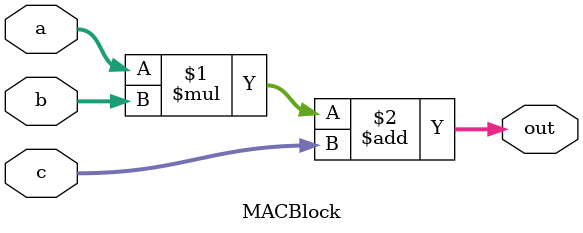
<source format=v>
module MACBlock_valid (
	input clk,
	input rst, //for shits n giggles
	input signed [24:0] a,
	input signed [17:0] b,
	input signed [47:0] c,
	output signed [47:0] out,
	output valid
);
//TODO ADD PIPELINE DELAYED MACBLOCK
endmodule


module MACBlock ( //TEMPORARY FOR IVERILOG COMPILATION
        input signed [24:0] a,
        input signed [17:0] b,
        input signed [47:0] c,
        output signed [47:0] out
);
//TODO INTRODUCE ACTUAL DSP48E FUNCTIONALITY
assign out = (a*b) + c;
endmodule


</source>
